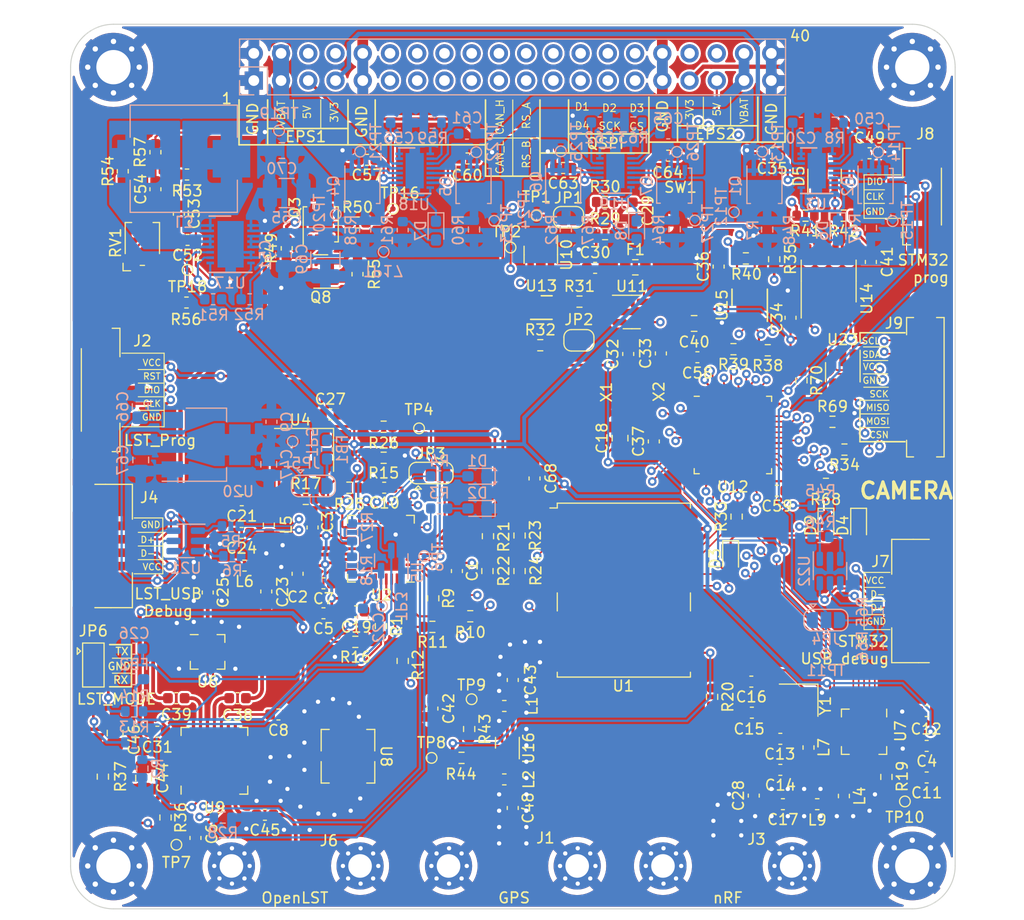
<source format=kicad_pcb>
(kicad_pcb (version 20211014) (generator pcbnew)

  (general
    (thickness 0.986)
  )

  (paper "A4")
  (layers
    (0 "F.Cu" power)
    (1 "In1.Cu" mixed)
    (2 "In2.Cu" mixed)
    (31 "B.Cu" power)
    (32 "B.Adhes" user "B.Adhesive")
    (33 "F.Adhes" user "F.Adhesive")
    (34 "B.Paste" user)
    (35 "F.Paste" user)
    (36 "B.SilkS" user "B.Silkscreen")
    (37 "F.SilkS" user "F.Silkscreen")
    (38 "B.Mask" user)
    (39 "F.Mask" user)
    (40 "Dwgs.User" user "User.Drawings")
    (41 "Cmts.User" user "User.Comments")
    (42 "Eco1.User" user "User.Eco1")
    (43 "Eco2.User" user "User.Eco2")
    (44 "Edge.Cuts" user)
    (45 "Margin" user)
    (46 "B.CrtYd" user "B.Courtyard")
    (47 "F.CrtYd" user "F.Courtyard")
    (48 "B.Fab" user)
    (49 "F.Fab" user)
    (50 "User.1" user)
    (51 "User.2" user)
    (52 "User.3" user)
    (53 "User.4" user)
    (54 "User.5" user)
    (55 "User.6" user)
    (56 "User.7" user)
    (57 "User.8" user)
    (58 "User.9" user)
  )

  (setup
    (stackup
      (layer "F.SilkS" (type "Top Silk Screen"))
      (layer "F.Paste" (type "Top Solder Paste"))
      (layer "F.Mask" (type "Top Solder Mask") (thickness 0.01))
      (layer "F.Cu" (type "copper") (thickness 0.018))
      (layer "dielectric 1" (type "core") (thickness 0.175) (material "FR4") (epsilon_r 4.5) (loss_tangent 0.02))
      (layer "In1.Cu" (type "copper") (thickness 0.035))
      (layer "dielectric 2" (type "prepreg") (thickness 0.51) (material "FR4") (epsilon_r 4.5) (loss_tangent 0.02))
      (layer "In2.Cu" (type "copper") (thickness 0.035))
      (layer "dielectric 3" (type "core") (thickness 0.175) (material "FR4") (epsilon_r 4.5) (loss_tangent 0.02))
      (layer "B.Cu" (type "copper") (thickness 0.018))
      (layer "B.Mask" (type "Bottom Solder Mask") (thickness 0.01))
      (layer "B.Paste" (type "Bottom Solder Paste"))
      (layer "B.SilkS" (type "Bottom Silk Screen"))
      (copper_finish "None")
      (dielectric_constraints no)
    )
    (pad_to_mask_clearance 0)
    (pcbplotparams
      (layerselection 0x00010fc_ffffffff)
      (disableapertmacros false)
      (usegerberextensions false)
      (usegerberattributes true)
      (usegerberadvancedattributes true)
      (creategerberjobfile true)
      (svguseinch false)
      (svgprecision 6)
      (excludeedgelayer true)
      (plotframeref false)
      (viasonmask false)
      (mode 1)
      (useauxorigin false)
      (hpglpennumber 1)
      (hpglpenspeed 20)
      (hpglpendiameter 15.000000)
      (dxfpolygonmode true)
      (dxfimperialunits true)
      (dxfusepcbnewfont true)
      (psnegative false)
      (psa4output false)
      (plotreference true)
      (plotvalue true)
      (plotinvisibletext false)
      (sketchpadsonfab false)
      (subtractmaskfromsilk false)
      (outputformat 1)
      (mirror false)
      (drillshape 1)
      (scaleselection 1)
      (outputdirectory "")
    )
  )

  (net 0 "")
  (net 1 "Net-(C1-Pad1)")
  (net 2 "GND")
  (net 3 "+3V3")
  (net 4 "/OpenLST (Beacon)/PA_VAPC")
  (net 5 "+3V8")
  (net 6 "/OpenLST (Beacon)/VDD_USB_LST")
  (net 7 "Net-(C12-Pad1)")
  (net 8 "Net-(C13-Pad2)")
  (net 9 "Net-(C15-Pad1)")
  (net 10 "Net-(C16-Pad1)")
  (net 11 "Net-(C17-Pad1)")
  (net 12 "Net-(C17-Pad2)")
  (net 13 "/MCU/MCU_POWER")
  (net 14 "Net-(C19-Pad1)")
  (net 15 "/3V3 power share/VCC_EN")
  (net 16 "Net-(C21-Pad2)")
  (net 17 "Net-(C22-Pad1)")
  (net 18 "Net-(C23-Pad2)")
  (net 19 "Net-(C24-Pad1)")
  (net 20 "Net-(C24-Pad2)")
  (net 21 "Net-(C25-Pad2)")
  (net 22 "Net-(C26-Pad1)")
  (net 23 "Net-(C29-Pad1)")
  (net 24 "/3V3 power share/EPS#1")
  (net 25 "Net-(C35-Pad2)")
  (net 26 "Net-(C38-Pad1)")
  (net 27 "Net-(C38-Pad2)")
  (net 28 "Net-(C39-Pad1)")
  (net 29 "Net-(C39-Pad2)")
  (net 30 "/MCU/VREF")
  (net 31 "Net-(C42-Pad1)")
  (net 32 "Net-(C43-Pad1)")
  (net 33 "Net-(C43-Pad2)")
  (net 34 "Net-(C45-Pad1)")
  (net 35 "Net-(C45-Pad2)")
  (net 36 "Net-(C48-Pad1)")
  (net 37 "Net-(C48-Pad2)")
  (net 38 "Net-(C49-Pad1)")
  (net 39 "/3V3 power share/EPS#2")
  (net 40 "Net-(C50-Pad1)")
  (net 41 "VIN")
  (net 42 "Net-(C52-Pad1)")
  (net 43 "Net-(C52-Pad2)")
  (net 44 "Net-(C53-Pad1)")
  (net 45 "Net-(C54-Pad1)")
  (net 46 "/Power Convertor/VBAT1/VCC_EN")
  (net 47 "/Power Convertor/EPS#1_VBAT")
  (net 48 "Net-(C57-Pad2)")
  (net 49 "Net-(C60-Pad1)")
  (net 50 "/Power Convertor/EPS#2_VBAT")
  (net 51 "Net-(C61-Pad1)")
  (net 52 "/5V power share/VCC_EN")
  (net 53 "/5V power share/EPS#1")
  (net 54 "Net-(C63-Pad2)")
  (net 55 "Net-(C64-Pad1)")
  (net 56 "/5V power share/EPS#2")
  (net 57 "Net-(C65-Pad1)")
  (net 58 "/OpenLST (Beacon)/USB_POWER_LST")
  (net 59 "Net-(D1-Pad2)")
  (net 60 "Net-(D2-Pad2)")
  (net 61 "Net-(D3-Pad1)")
  (net 62 "Net-(D4-Pad1)")
  (net 63 "/MCU/CAN_L")
  (net 64 "/MCU/CAN_H")
  (net 65 "Net-(D6-Pad1)")
  (net 66 "Net-(D6-Pad2)")
  (net 67 "Net-(D7-Pad1)")
  (net 68 "Net-(D7-Pad2)")
  (net 69 "Net-(D8-Pad1)")
  (net 70 "Net-(D8-Pad2)")
  (net 71 "Net-(D9-Pad1)")
  (net 72 "Net-(F1-Pad2)")
  (net 73 "Net-(FB1-Pad1)")
  (net 74 "/OpenLST (Beacon)/PROG_DD")
  (net 75 "/OpenLST (Beacon)/PROG_DC")
  (net 76 "/OpenLST (Beacon)/~{LST_RESET}")
  (net 77 "/MCU/USB_POWER")
  (net 78 "/MCU/SWCLK")
  (net 79 "/MCU/SWDIO")
  (net 80 "/MCU/QSPI_D1{slash}CAM_CSN")
  (net 81 "/MCU/QSPI_D2{slash}CAM_MOSI")
  (net 82 "/MCU/QSPI_D3{slash}CAM_MISO")
  (net 83 "/MCU/CAM_SCK")
  (net 84 "+5V")
  (net 85 "/I2C_SDA")
  (net 86 "/I2C_SCL")
  (net 87 "unconnected-(J12-Pad6)")
  (net 88 "unconnected-(J12-Pad8)")
  (net 89 "unconnected-(J12-Pad11)")
  (net 90 "unconnected-(J12-Pad12)")
  (net 91 "unconnected-(J12-Pad13)")
  (net 92 "unconnected-(J12-Pad14)")
  (net 93 "unconnected-(J12-Pad15)")
  (net 94 "unconnected-(J12-Pad16)")
  (net 95 "unconnected-(J12-Pad17)")
  (net 96 "unconnected-(J12-Pad18)")
  (net 97 "/MCU/RS_485_~{B}")
  (net 98 "/MCU/RS_485_A")
  (net 99 "unconnected-(J12-Pad23)")
  (net 100 "unconnected-(J12-Pad24)")
  (net 101 "/MCU/QSPI_D0")
  (net 102 "/MCU/QSPI_SCK")
  (net 103 "/MCU/QSPI_NCS")
  (net 104 "unconnected-(J12-Pad34)")
  (net 105 "unconnected-(J12-Pad36)")
  (net 106 "Net-(JP1-Pad1)")
  (net 107 "/MCU/NRST")
  (net 108 "Net-(JP2-Pad1)")
  (net 109 "Net-(JP2-Pad2)")
  (net 110 "/OpenLST (Beacon)/RF_EN")
  (net 111 "/OpenLST (Beacon)/RF_EN_MCU")
  (net 112 "/OpenLST (Beacon)/RF_PWR_EN")
  (net 113 "Net-(JP4-Pad3)")
  (net 114 "/MCU/VDD_USB")
  (net 115 "Net-(L3-Pad1)")
  (net 116 "Net-(L3-Pad2)")
  (net 117 "Net-(L4-Pad1)")
  (net 118 "Net-(L4-Pad2)")
  (net 119 "Net-(Q1-Pad5)")
  (net 120 "Net-(Q1-Pad4)")
  (net 121 "Net-(Q2-Pad4)")
  (net 122 "Net-(Q2-Pad5)")
  (net 123 "Net-(Q3-Pad4)")
  (net 124 "Net-(Q3-Pad5)")
  (net 125 "Net-(Q4-Pad5)")
  (net 126 "Net-(Q4-Pad4)")
  (net 127 "Net-(Q5-Pad4)")
  (net 128 "Net-(Q5-Pad5)")
  (net 129 "Net-(Q6-Pad5)")
  (net 130 "Net-(Q6-Pad4)")
  (net 131 "Net-(Q7-Pad4)")
  (net 132 "Net-(Q7-Pad5)")
  (net 133 "/OpenLST (Beacon)/~{LST_RX_MODE}")
  (net 134 "/OpenLST (Beacon)/LST_TX_MODE")
  (net 135 "Net-(R3-Pad2)")
  (net 136 "Net-(R4-Pad2)")
  (net 137 "Net-(R5-Pad1)")
  (net 138 "/OpenLST (Beacon)/USB_N")
  (net 139 "/OpenLST (Beacon)/USB_P")
  (net 140 "Net-(R6-Pad2)")
  (net 141 "Net-(R8-Pad2)")
  (net 142 "Net-(R9-Pad1)")
  (net 143 "/OpenLST (Beacon)/UART0_CTS")
  (net 144 "Net-(R10-Pad1)")
  (net 145 "/OpenLST (Beacon)/UART0_RTS")
  (net 146 "Net-(R11-Pad1)")
  (net 147 "/OpenLST (Beacon)/UART0_RX")
  (net 148 "Net-(R12-Pad1)")
  (net 149 "/OpenLST (Beacon)/UART0_TX")
  (net 150 "Net-(R15-Pad2)")
  (net 151 "Net-(R16-Pad2)")
  (net 152 "Net-(R17-Pad1)")
  (net 153 "Net-(R17-Pad2)")
  (net 154 "Net-(R19-Pad2)")
  (net 155 "/OpenLST (Beacon)/AN0")
  (net 156 "/OpenLST (Beacon)/AN1")
  (net 157 "Net-(R25-Pad2)")
  (net 158 "/OpenLST (Beacon)/RF_BYP")
  (net 159 "Net-(R32-Pad1)")
  (net 160 "/MCU/LED2")
  (net 161 "/MCU/CAN_RS")
  (net 162 "/MCU/RS_485_R_EN")
  (net 163 "/MCU/RS_485_T_EN")
  (net 164 "Net-(R43-Pad2)")
  (net 165 "Net-(R44-Pad1)")
  (net 166 "Net-(R44-Pad2)")
  (net 167 "Net-(R45-Pad1)")
  (net 168 "/MCU/USB_N")
  (net 169 "/MCU/USB_P")
  (net 170 "Net-(R46-Pad2)")
  (net 171 "Net-(R51-Pad2)")
  (net 172 "Net-(R52-Pad1)")
  (net 173 "Net-(R54-Pad2)")
  (net 174 "Net-(R59-Pad2)")
  (net 175 "Net-(R63-Pad2)")
  (net 176 "unconnected-(U1-Pad1)")
  (net 177 "unconnected-(U1-Pad3)")
  (net 178 "/GPS Module/IRQ")
  (net 179 "unconnected-(U1-Pad5)")
  (net 180 "unconnected-(U1-Pad6)")
  (net 181 "/GPS Module/RESET")
  (net 182 "unconnected-(U1-Pad15)")
  (net 183 "unconnected-(U1-Pad16)")
  (net 184 "unconnected-(U1-Pad17)")
  (net 185 "/GPS Module/TXD")
  (net 186 "/GPS Module/RXD")
  (net 187 "unconnected-(U2-Pad8)")
  (net 188 "unconnected-(U2-Pad18)")
  (net 189 "unconnected-(U2-Pad20)")
  (net 190 "/MCU/NRF_CE")
  (net 191 "/MCU/NRF_SPI_CSN")
  (net 192 "/MCU/NRF_SPI_SCK")
  (net 193 "/MCU/NRF_SPI_MOSI")
  (net 194 "/MCU/NRF_SPI_MISO")
  (net 195 "/MCU/NRF_IRQ")
  (net 196 "Net-(U8-Pad2)")
  (net 197 "Net-(U8-Pad6)")
  (net 198 "unconnected-(U9-Pad14)")
  (net 199 "unconnected-(U9-Pad16)")
  (net 200 "unconnected-(U9-Pad25)")
  (net 201 "unconnected-(U10-Pad3)")
  (net 202 "/MCU/WDG_RESET")
  (net 203 "unconnected-(U11-Pad3)")
  (net 204 "unconnected-(U12-Pad1)")
  (net 205 "/MCU/LSE")
  (net 206 "/MCU/HSE")
  (net 207 "/MCU/CAN_RX")
  (net 208 "/MCU/CAN_TX")
  (net 209 "unconnected-(U13-Pad3)")
  (net 210 "/MCU/RS_485_R")
  (net 211 "/MCU/RS_485_T")
  (net 212 "unconnected-(U15-Pad7)")
  (net 213 "Net-(JP6-Pad3)")
  (net 214 "/camera/CAM_VCC")
  (net 215 "Net-(R70-Pad1)")
  (net 216 "Net-(J4-Pad2)")
  (net 217 "Net-(J4-Pad3)")
  (net 218 "Net-(J7-Pad2)")
  (net 219 "Net-(J7-Pad3)")
  (net 220 "Net-(JP6-Pad1)")
  (net 221 "unconnected-(X1-Pad1)")

  (footprint "Capacitor_SMD:C_0805_2012Metric_Pad1.18x1.45mm_HandSolder" (layer "F.Cu") (at 143.1544 71.9044))

  (footprint "TCY_Buttons:KMT031NGJLHS" (layer "F.Cu") (at 141.8844 61.5881))

  (footprint "Resistor_SMD:R_0603_1608Metric" (layer "F.Cu") (at 93.853 117.983 90))

  (footprint "Resistor_SMD:R_0603_1608Metric" (layer "F.Cu") (at 157.099 61.849 180))

  (footprint "Package_DFN_QFN:QFN-20-1EP_4x4mm_P0.5mm_EP2.5x2.5mm" (layer "F.Cu") (at 159.004 109.982 -90))

  (footprint "MountingHole:MountingHole_3.2mm_M3_Pad_Via" (layer "F.Cu") (at 163.5 122.5))

  (footprint "Resistor_SMD:R_0603_1608Metric" (layer "F.Cu") (at 123.9266 91.7448 90))

  (footprint "Capacitor_SMD:C_0603_1608Metric" (layer "F.Cu") (at 94.8583 106.8505))

  (footprint "Resistor_SMD:R_0603_1608Metric" (layer "F.Cu") (at 147.9804 65.8368 180))

  (footprint "Inductor_SMD:L_0603_1608Metric" (layer "F.Cu") (at 103.492 90.678 -90))

  (footprint "Resistor_SMD:R_0603_1608Metric" (layer "F.Cu") (at 121.4628 112.4204))

  (footprint "MountingHole:MountingHole_3.2mm_M3_Pad_Via" (layer "F.Cu") (at 89 48))

  (footprint "Capacitor_SMD:C_0603_1608Metric" (layer "F.Cu") (at 100.965 88.392))

  (footprint "TCY_Connector:Amphenol 10114830-11104LF 1x04 Vertical" (layer "F.Cu") (at 88.265 92.6592 -90))

  (footprint "Capacitor_SMD:C_0603_1608Metric" (layer "F.Cu") (at 128.27 86.36 90))

  (footprint "Capacitor_SMD:C_0603_1608Metric" (layer "F.Cu") (at 152.146 71.374 90))

  (footprint "Resistor_SMD:R_0603_1608Metric" (layer "F.Cu") (at 153.162 77.216 -90))

  (footprint "Capacitor_SMD:C_0603_1608Metric" (layer "F.Cu") (at 114.2492 87.2236 180))

  (footprint "Inductor_SMD:L_0603_1608Metric" (layer "F.Cu") (at 125.45 114.427 180))

  (footprint "RF_GPS:ublox_NEO" (layer "F.Cu") (at 136.6012 96.774))

  (footprint "Package_TO_SOT_SMD:SOT-23-6_Handsoldering" (layer "F.Cu") (at 157.0228 76.454 -90))

  (footprint "Capacitor_SMD:C_0603_1608Metric" (layer "F.Cu") (at 108.585 96.139 180))

  (footprint "Inductor_SMD:L_0603_1608Metric" (layer "F.Cu") (at 105.156 64.897 90))

  (footprint "Resistor_SMD:R_0603_1608Metric" (layer "F.Cu") (at 161.0868 114.1984 90))

  (footprint "Jumper:SolderJumper-2_P1.3mm_Open_RoundedPad1.0x1.5mm" (layer "F.Cu") (at 132.4108 73.4753 180))

  (footprint "Capacitor_SMD:C_0603_1608Metric" (layer "F.Cu") (at 118.745 107.823 -90))

  (footprint "Jumper:SolderJumper-2_P1.3mm_Open_RoundedPad1.0x1.5mm" (layer "F.Cu") (at 131.4456 61.9945))

  (footprint "Inductor_SMD:L_0603_1608Metric" (layer "F.Cu") (at 95.8596 58.0136))

  (footprint "Capacitor_SMD:C_0603_1608Metric" (layer "F.Cu") (at 133.9218 66.7189))

  (footprint "Capacitor_SMD:C_0603_1608Metric" (layer "F.Cu") (at 126.24 105.156 -90))

  (footprint "Capacitor_SMD:C_0603_1608Metric" (layer "F.Cu") (at 151.1938 113.538))

  (footprint "MountingHole:MountingHole_3.2mm_M3_Pad_Via" (layer "F.Cu") (at 163.5 48))

  (footprint "Resistor_SMD:R_0603_1608Metric" (layer "F.Cu") (at 111.5568 101.6 180))

  (footprint "Resistor_SMD:R_0603_1608Metric" (layer "F.Cu") (at 118.8212 97.536 -90))

  (footprint "Resistor_SMD:R_0603_1608Metric" (layer "F.Cu") (at 134.8492 60.5721))

  (footprint "Resistor_SMD:R_0603_1608Metric" (layer "F.Cu") (at 157.1752 83.6676 180))

  (footprint "Capacitor_SMD:C_0603_1608Metric" (layer "F.Cu") (at 122.0216 56.515))

  (footprint "TCY_Connector:TestPoint_Pad_D0.5mm" (layer "F.Cu") (at 122.4026 106.947))

  (footprint "Resistor_SMD:R_0603_1608Metric" (layer "F.Cu") (at 126.873 94.996 90))

  (footprint "Resistor_SMD:R_0603_1608Metric" (layer "F.Cu") (at 115.9764 103.378 -90))

  (footprint "Capacitor_SMD:C_0603_1608Metric" (layer "F.Cu") (at 139.3952 82.9056 90))

  (footprint "Resistor_SMD:R_0603_1608Metric" (layer "F.Cu") (at 110.998 87.2236))

  (footprint "Resistor_SMD:R_0603_1608Metric" (layer "F.Cu") (at 113.9444 100.1268 90))

  (footprint "footprints:iPEX" (layer "F.Cu") (at 146.25 122.5 180))

  (footprint "Capacitor_SMD:C_0603_1608Metric" (layer "F.Cu") (at 148.717 115.938 90))

  (footprint "Capacitor_SMD:C_0603_1608Metric" (layer "F.Cu") (at 164.846 114.2492 180))

  (footprint "Capacitor_SMD:C_0603_1608Metric" (layer "F.Cu") (at 112.649 56.642))

  (footprint "Inductor_SMD:L_0603_1608Metric" (layer "F.Cu") (at 153.8224 111.4552 -90))

  (footprint "Capacitor_SMD:C_0603_1608Metric" (layer "F.Cu") (at 137.414 61.3849 -90))

  (footprint "Capacitor_SMD:C_0603_1608Metric" (layer "F.Cu") (at 159.517223 56.0263))

  (footprint "Resistor_SMD:R_0603_1608Metric" (layer "F.Cu") (at 144.8308 106.7308 90))

  (footprint "Resistor_SMD:R_0603_1608Metric" (layer "F.Cu") (at 123.8758 94.996 90))

  (footprint "footprints:iPEX" (layer "F.Cu") (at 106 122.5 180))

  (footprint "Capacitor_SMD:C_0603_1608Metric" (layer "F.Cu") (at 100.952 91.44 180))

  (footprint "TCY_Connector:TestPoint_Pad_D0.5mm" (layer "F.Cu") (at 117.5004 81.6864))

  (footprint "Package_DFN_QFN:DFN-10-1EP_3x3mm_P0.5mm_EP1.55x2.48mm" (layer "F.Cu")
    (tedit 5EA4BECA) (tstamp 64263d5c-9427-4c92-a73a-afe8e63e20fb)
    (at 148.336 70.2056 90)
    (descr "10-Lead Plastic Dual Flat, No Lead Package (MF) - 3x3x0.9 mm Body [DFN] (see Microchip Packaging Specification 00000049BS.pdf)")
    (tags "DFN 0.5")
    (property "Sheetfile" "mcu_comm.kicad_sch")
    (property "Sheetname" "MCU")
    (path "/81a5172c-b171-400d-8856-41d6e486bdd1/a66e8b44-b972-4f7b-ba80-f64e58de1944")
    (attr smd)
    (fp_text reference "U15" (at 0 -2.575 90) (layer "F.SilkS")
      (effects (font (size 1 1) (thickness 0.15)))
      (tstamp af58d6aa-33e4-4da2-8ea3-2304125e31c0)
    )
    (fp_text value "MAX13430ETB+" (at 0 2.575 90) (layer "F.Fab")
      (effects (font (size 1 1) (thickness 0.15)))
      (tstamp 94937ca0-c1d9-424d-88cf-010fb503f8a5)
    )
    (fp_text user "${REFERENCE}" (at 0 0 90) (layer "F.Fab")
      (effects (font (size 0.7 0.7) (thickness 0.105)))
      (tstamp 67a55320-79e2-4952-9d6a-671cbdcfc9f7)
    )
    (fp_line (start -1.5 1.65) (end 1.5 1.65) (layer "F.SilkS") (width 0.15) (tstamp 47b3834c-8a87-4af3-9143-c88b9cd89304))
    (fp_line (start 0 -1.65) (end 1.5 -1.65) (layer "F.SilkS") (width 0.15) (tstamp adc74667-5dec-4b95-9d35-ffc7db9ad260))
    (fp_line (start -2.15 -1.85) (end -2.15 1.85) (layer "F.CrtYd") (width 0.05) (tstamp 20c401b1-c1bb-42cd-8ef2-fd89663a6cf3))
    (fp_line (start -2.15 1.85) (end 2.15 1.85) (layer "F.CrtYd") (width 0.05) (tstamp a7098063-91db-4dae-8c97-631051e8de0e))
    (fp_line (start 2.15 -1.85) (end 2.15 1.85) (layer "F.CrtYd") (width 0.05) (tstamp d1594cc0-0357-4de5-8d76-bb3a044297b2))
    (fp_line (start -2.15 -1.85) (end 2.15 -1.85) (layer "F.CrtYd") (width 0.05) (tstamp d500cfb3-be5f-4c90-8432-d0e5e29eda2a))
    (fp_line (start -1.5 -0.5) (end -0.5 -1.5) (layer "F.Fab") (width 0.15) (tstamp 4013842c-f594-4f18-a07a-785be971cdaf))
    (fp_line (start -1.5 1.5) (end -1.5 -0.5) (layer "F.Fab") (width 0.15) (tstamp 68cc97a1-6c76-411f-a28b-36162918d55d))
    (fp_line (start 1.5 1.5) (end -1.5 1.5) (layer "F.Fab") (width 0.15) (tstamp 6a2b63d3-b52c-4af8-b72e-63fe811d3d24))
    (fp_line (start 1.5 -1.5) (end 1.5 1.5) (layer "F.Fab") (width 0.15) (tstamp b6b0b082-3ad5-486d-9247-7e4db31838ef))
    (fp_line (start -0.5 -1.5) (end 1.5 -1.5) (layer "F.Fab") (width 0.15) (tstamp c40a33aa-f777-4109-9efd-12123c039897))
    (pad "" smd rect locked (at 0.3875 0.62 90) (size 0.6 1.05) (layers "F.Paste") (tstamp 13432df8-5be2-422d-b431-13bedccbff4d))
    (pad "" smd rect locked (at -0.3875 -0.62 90) (size 0.6 1.05) (layers "F.Paste") (tstamp 4be9d67c-a6f3-435e-8133-0f53bd74a878))
    (pad "" smd rect locked (at -0.3875 0.62 90) (size 0.6 1.05) (layers "F.Paste") (tstamp 5d69c2f3-acbd-4c54-bda2-b7785c2010cf))
    (pad "" smd rect locked (at 0.3875 -0.62 90) (size 
... [3826753 chars truncated]
</source>
